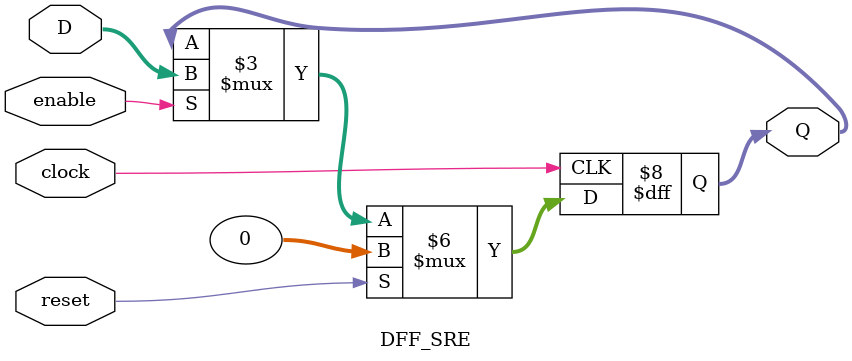
<source format=v>
`timescale 1ns / 1ps
/*
 * File         : DFF_SRE.v
 * Project      : XUM MIPS32
 * Creator(s)   : Grant Ayers (ayers@cs.stanford.edu)
 *
 * Standards/Formatting:
 *   Verilog 2001, 4 soft tab, wide column.
 *
 * Description:
 *   A variable-width register (d flip-flop) with configurable initial
 *   value, synchronous reset, and enable.
 */
module DFF_SRE #(parameter WIDTH=32, INIT={WIDTH{1'b0}})(
    input  clock,
    input  reset,
    input  enable,
    input  [(WIDTH-1):0] D,
    output reg [(WIDTH-1):0] Q
    );

    initial begin
        Q <= INIT;
    end

    always @(posedge clock) begin
        if (reset) begin
            Q <= INIT;
        end
        else if (enable) begin
            Q <= D;
        end
    end

endmodule


</source>
